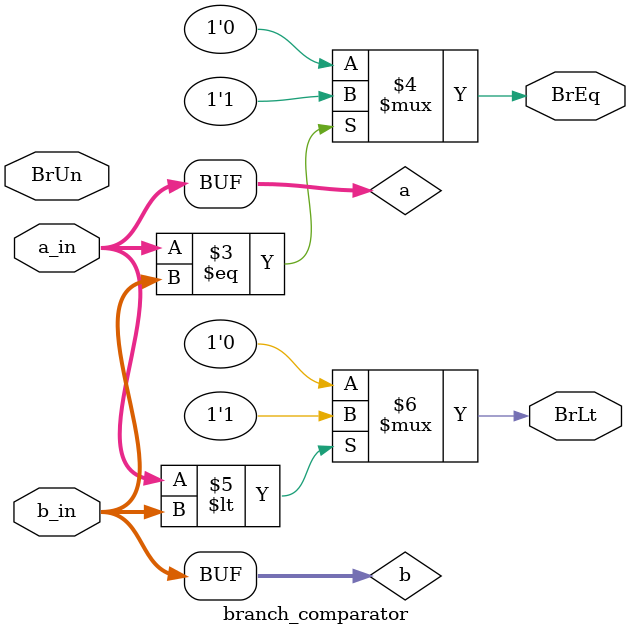
<source format=v>
module branch_comparator (
    input BrUn,
    input [31:0] a_in, b_in,
    output BrEq, BrLt
);

    wire [31:0] a, b;
    assign a = (BrUn) ? $signed(a_in) : $unsigned(a_in);
    assign b = (BrUn) ? $signed(b_in) : $unsigned(b_in);

    assign BrEq = (a == b) ? 1'b1 : 1'b0;
    assign BrLt = (a < b) ? 1'b1 : 1'b0;


endmodule

</source>
